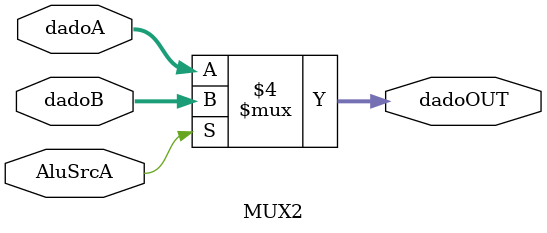
<source format=sv>
module MUX2(
input logic AluSrcA, 
input logic[64-1:0]dadoA, dadoB,
output logic [64-1:0]dadoOUT
);

always_comb begin
	if(!AluSrcA) dadoOUT = dadoA;
	else dadoOUT = dadoB;
end

endmodule 
</source>
